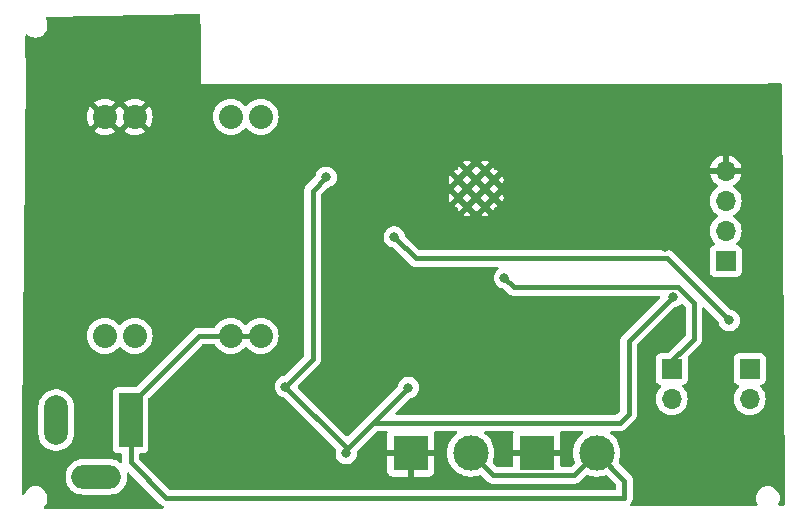
<source format=gbr>
%TF.GenerationSoftware,KiCad,Pcbnew,7.0.1*%
%TF.CreationDate,2023-04-20T23:02:29+02:00*%
%TF.ProjectId,Motordinges,4d6f746f-7264-4696-9e67-65732e6b6963,rev?*%
%TF.SameCoordinates,Original*%
%TF.FileFunction,Copper,L2,Bot*%
%TF.FilePolarity,Positive*%
%FSLAX46Y46*%
G04 Gerber Fmt 4.6, Leading zero omitted, Abs format (unit mm)*
G04 Created by KiCad (PCBNEW 7.0.1) date 2023-04-20 23:02:29*
%MOMM*%
%LPD*%
G01*
G04 APERTURE LIST*
%TA.AperFunction,ComponentPad*%
%ADD10R,1.700000X1.700000*%
%TD*%
%TA.AperFunction,ComponentPad*%
%ADD11O,1.700000X1.700000*%
%TD*%
%TA.AperFunction,HeatsinkPad*%
%ADD12C,0.600000*%
%TD*%
%TA.AperFunction,ComponentPad*%
%ADD13R,2.000000X4.600000*%
%TD*%
%TA.AperFunction,ComponentPad*%
%ADD14O,2.000000X4.200000*%
%TD*%
%TA.AperFunction,ComponentPad*%
%ADD15O,4.200000X2.000000*%
%TD*%
%TA.AperFunction,ComponentPad*%
%ADD16R,3.000000X3.000000*%
%TD*%
%TA.AperFunction,ComponentPad*%
%ADD17C,3.000000*%
%TD*%
%TA.AperFunction,ComponentPad*%
%ADD18C,2.032000*%
%TD*%
%TA.AperFunction,ViaPad*%
%ADD19C,0.800000*%
%TD*%
%TA.AperFunction,Conductor*%
%ADD20C,0.406400*%
%TD*%
G04 APERTURE END LIST*
D10*
%TO.P,Motor1,1,Pin_1*%
%TO.N,A8*%
X140462000Y-67056000D03*
D11*
%TO.P,Motor1,2,Pin_2*%
%TO.N,GPIO23*%
X140462000Y-69596000D03*
%TD*%
D10*
%TO.P,J1,1,Pin_1*%
%TO.N,+3.3V*%
X138430000Y-57912000D03*
D11*
%TO.P,J1,2,Pin_2*%
%TO.N,RX0*%
X138430000Y-55372000D03*
%TO.P,J1,3,Pin_3*%
%TO.N,TX0*%
X138430000Y-52832000D03*
%TO.P,J1,4,Pin_4*%
%TO.N,GND*%
X138430000Y-50292000D03*
%TD*%
D12*
%TO.P,U1,39,GND*%
%TO.N,GND*%
X115765000Y-51027500D03*
X115765000Y-52552500D03*
X116527500Y-50265000D03*
X116527500Y-51790000D03*
X116527500Y-53315000D03*
X117290000Y-51027500D03*
X117290000Y-52552500D03*
X118052500Y-50265000D03*
X118052500Y-51790000D03*
X118052500Y-53315000D03*
X118815000Y-51027500D03*
X118815000Y-52552500D03*
%TD*%
D13*
%TO.P,J2,1*%
%TO.N,Net-(J5-Pin_2)*%
X88036400Y-71399400D03*
D14*
%TO.P,J2,2*%
%TO.N,Net-(J2-Pad2)*%
X81736400Y-71399400D03*
D15*
%TO.P,J2,3*%
%TO.N,N/C*%
X85136400Y-76199400D03*
%TD*%
D16*
%TO.P,Motor1,1,Pin_1*%
%TO.N,GND*%
X122428000Y-74168000D03*
D17*
%TO.P,Motor1,2,Pin_2*%
%TO.N,Net-(J5-Pin_2)*%
X127508000Y-74168000D03*
%TD*%
D18*
%TO.P,U2,1,IN-*%
%TO.N,Net-(J2-Pad2)*%
X85852000Y-64262000D03*
%TO.P,U2,2,IN-*%
X88392000Y-64262000D03*
%TO.P,U2,3,IN+*%
%TO.N,Net-(J5-Pin_2)*%
X96520000Y-64262000D03*
%TO.P,U2,4,IN+*%
X99060000Y-64262000D03*
%TO.P,U2,5,OUT+*%
%TO.N,VDD*%
X99060000Y-45720000D03*
%TO.P,U2,6,OUT+*%
X96520000Y-45720000D03*
%TO.P,U2,7,OUT-*%
%TO.N,GND*%
X88392000Y-45720000D03*
%TO.P,U2,8,OUT-*%
X85852000Y-45720000D03*
%TD*%
D16*
%TO.P,Motor2,1,Pin_1*%
%TO.N,GND*%
X111760000Y-74168000D03*
D17*
%TO.P,Motor2,2,Pin_2*%
%TO.N,Net-(J5-Pin_2)*%
X116840000Y-74168000D03*
%TD*%
D10*
%TO.P,Motor2,1,Pin_1*%
%TO.N,A9*%
X133858000Y-67056000D03*
D11*
%TO.P,Motor2,2,Pin_2*%
%TO.N,GPIO13*%
X133858000Y-69596000D03*
%TD*%
D19*
%TO.N,+3.3V*%
X133959600Y-60960000D03*
X101142800Y-68554600D03*
X106299000Y-74218800D03*
X111569332Y-68643332D03*
X104597200Y-50825400D03*
%TO.N,GND*%
X84378800Y-40665400D03*
X84683600Y-72923400D03*
X129794000Y-55880000D03*
X134620000Y-48514000D03*
X122910600Y-52832000D03*
X81584800Y-60477400D03*
X122656600Y-47498000D03*
X133274595Y-56717405D03*
X136017000Y-46710600D03*
X109702600Y-63119000D03*
X93827600Y-50571400D03*
X117424200Y-63957200D03*
X113055400Y-45440600D03*
X90195400Y-57607200D03*
X96697800Y-59105800D03*
X98577400Y-71069200D03*
X82575400Y-53136800D03*
X129184400Y-52603400D03*
X104673400Y-59817000D03*
X117094000Y-69596000D03*
X141427200Y-44983400D03*
X127508000Y-64262000D03*
%TO.N,A8*%
X110363000Y-55880000D03*
X138722100Y-62953900D03*
%TO.N,A9*%
X119684800Y-59357200D03*
%TD*%
D20*
%TO.N,+3.3V*%
X106299000Y-73710800D02*
X101142800Y-68554600D01*
X106299000Y-74218800D02*
X106299000Y-73913664D01*
X130200400Y-64719200D02*
X130200400Y-70866000D01*
X133959600Y-60960000D02*
X130200400Y-64719200D01*
X104597200Y-50825400D02*
X103454200Y-51968400D01*
X111569332Y-68643332D02*
X108521332Y-71691332D01*
X106299000Y-73913664D02*
X108521332Y-71691332D01*
X106299000Y-74218800D02*
X106299000Y-73710800D01*
X103454200Y-51968400D02*
X103454200Y-66243200D01*
X129438400Y-71628000D02*
X108584664Y-71628000D01*
X103454200Y-66243200D02*
X101142800Y-68554600D01*
X130200400Y-70866000D02*
X129438400Y-71628000D01*
X108584664Y-71628000D02*
X108521332Y-71691332D01*
%TO.N,A8*%
X138722100Y-62953900D02*
X133477000Y-57708800D01*
X112191800Y-57708800D02*
X110363000Y-55880000D01*
X133477000Y-57708800D02*
X112191800Y-57708800D01*
%TO.N,A9*%
X134388300Y-60144100D02*
X135737600Y-61493400D01*
X120471700Y-60144100D02*
X134388300Y-60144100D01*
X135737600Y-61493400D02*
X135737600Y-64490600D01*
X135737600Y-64490600D02*
X133223000Y-67005200D01*
X119684800Y-59357200D02*
X120471700Y-60144100D01*
%TO.N,Net-(J5-Pin_2)*%
X93802200Y-64262000D02*
X96520000Y-64262000D01*
X125604800Y-76071200D02*
X127508000Y-74168000D01*
X116840000Y-74168000D02*
X118743200Y-76071200D01*
X93802200Y-64262000D02*
X88036400Y-70027800D01*
X127508000Y-74168000D02*
X129852000Y-76512000D01*
X129852000Y-77996200D02*
X91077200Y-77996200D01*
X88036400Y-70027800D02*
X88036400Y-71399400D01*
X118743200Y-76071200D02*
X125604800Y-76071200D01*
X129852000Y-76512000D02*
X129852000Y-77996200D01*
X91077200Y-77996200D02*
X88036400Y-74955400D01*
X88036400Y-74955400D02*
X88036400Y-71399400D01*
X99060000Y-64262000D02*
X96520000Y-64262000D01*
%TD*%
%TA.AperFunction,Conductor*%
%TO.N,GND*%
G36*
X93878138Y-37044955D02*
G01*
X93924382Y-37089398D01*
X93942235Y-37151002D01*
X93969974Y-38505791D01*
X93970000Y-38508329D01*
X93970000Y-42900000D01*
X141970000Y-42900000D01*
X141976807Y-42900000D01*
X141992185Y-42889424D01*
X142036054Y-42878852D01*
X142158408Y-42872297D01*
X143035285Y-42825321D01*
X143099761Y-42839462D01*
X143147846Y-42884685D01*
X143165912Y-42948176D01*
X143443329Y-78507998D01*
X143427138Y-78570236D01*
X143381949Y-78615994D01*
X143319918Y-78632964D01*
X143002794Y-78634459D01*
X142941471Y-78618566D01*
X142896001Y-78574459D01*
X142878250Y-78513648D01*
X142892849Y-78452011D01*
X142928814Y-78384727D01*
X142986024Y-78196132D01*
X143005341Y-78000000D01*
X142986024Y-77803868D01*
X142928814Y-77615273D01*
X142835910Y-77441462D01*
X142710883Y-77289117D01*
X142558538Y-77164090D01*
X142536091Y-77152091D01*
X142384726Y-77071185D01*
X142196133Y-77013976D01*
X142000000Y-76994659D01*
X141803866Y-77013976D01*
X141615273Y-77071185D01*
X141441463Y-77164089D01*
X141289117Y-77289117D01*
X141164089Y-77441463D01*
X141071185Y-77615273D01*
X141013976Y-77803866D01*
X140994659Y-77999999D01*
X141013976Y-78196133D01*
X141071185Y-78384726D01*
X141112186Y-78461433D01*
X141126794Y-78522783D01*
X141109336Y-78583384D01*
X141064328Y-78627560D01*
X141003413Y-78643885D01*
X130453498Y-78693630D01*
X130395701Y-78679644D01*
X130351061Y-78640358D01*
X130329845Y-78584806D01*
X130336931Y-78525765D01*
X130370690Y-78476812D01*
X130371487Y-78476106D01*
X130382595Y-78466266D01*
X130402694Y-78437145D01*
X130411921Y-78425369D01*
X130435387Y-78398883D01*
X130451836Y-78367539D01*
X130459570Y-78354746D01*
X130479671Y-78325627D01*
X130492220Y-78292537D01*
X130498355Y-78278905D01*
X130514803Y-78247568D01*
X130523272Y-78213205D01*
X130527719Y-78198933D01*
X130540270Y-78165843D01*
X130544535Y-78130713D01*
X130547228Y-78116014D01*
X130555700Y-78081645D01*
X130555700Y-77910755D01*
X130555700Y-76537000D01*
X130555926Y-76529514D01*
X130559574Y-76469200D01*
X130548677Y-76409739D01*
X130547554Y-76402355D01*
X130540270Y-76342357D01*
X130536641Y-76332790D01*
X130530614Y-76311172D01*
X130528771Y-76301110D01*
X130503965Y-76245996D01*
X130501099Y-76239075D01*
X130500907Y-76238569D01*
X130479671Y-76182573D01*
X130473858Y-76174151D01*
X130462838Y-76154613D01*
X130458636Y-76145276D01*
X130421348Y-76097682D01*
X130416934Y-76091684D01*
X130382595Y-76041934D01*
X130350513Y-76013512D01*
X130337359Y-76001858D01*
X130331906Y-75996724D01*
X129389796Y-75054614D01*
X129363489Y-75015745D01*
X129353512Y-74969884D01*
X129361294Y-74923604D01*
X129432369Y-74733046D01*
X129493196Y-74453428D01*
X129513610Y-74168000D01*
X129493196Y-73882572D01*
X129432369Y-73602954D01*
X129332367Y-73334839D01*
X129195226Y-73083685D01*
X129023739Y-72854605D01*
X128821395Y-72652261D01*
X128691424Y-72554966D01*
X128652942Y-72507211D01*
X128642052Y-72446854D01*
X128661421Y-72388660D01*
X128706309Y-72346868D01*
X128765736Y-72331700D01*
X129413400Y-72331700D01*
X129420885Y-72331925D01*
X129481200Y-72335574D01*
X129540658Y-72324677D01*
X129548022Y-72323557D01*
X129608043Y-72316270D01*
X129617608Y-72312641D01*
X129639236Y-72306611D01*
X129649290Y-72304770D01*
X129649291Y-72304769D01*
X129649293Y-72304769D01*
X129704399Y-72279968D01*
X129711313Y-72277103D01*
X129767827Y-72255671D01*
X129776239Y-72249863D01*
X129795794Y-72238834D01*
X129805125Y-72234636D01*
X129852738Y-72197331D01*
X129858710Y-72192937D01*
X129908466Y-72158595D01*
X129948556Y-72113341D01*
X129953659Y-72107921D01*
X130680322Y-71381258D01*
X130685760Y-71376140D01*
X130730995Y-71336066D01*
X130765344Y-71286300D01*
X130769734Y-71280334D01*
X130807036Y-71232724D01*
X130811233Y-71223398D01*
X130822258Y-71203847D01*
X130828071Y-71195427D01*
X130849508Y-71138897D01*
X130852358Y-71132018D01*
X130877171Y-71076890D01*
X130879013Y-71066835D01*
X130885040Y-71045213D01*
X130888670Y-71035643D01*
X130895957Y-70975622D01*
X130897082Y-70968233D01*
X130907974Y-70908802D01*
X130904326Y-70848486D01*
X130904100Y-70841000D01*
X130904100Y-65062044D01*
X130913539Y-65014591D01*
X130940419Y-64974363D01*
X131710856Y-64203926D01*
X134028321Y-61886459D01*
X134056832Y-61865169D01*
X134090209Y-61852855D01*
X134239403Y-61821144D01*
X134412330Y-61744151D01*
X134565471Y-61632888D01*
X134627965Y-61563481D01*
X134683857Y-61527874D01*
X134750110Y-61526139D01*
X134807793Y-61558775D01*
X134997581Y-61748563D01*
X135024461Y-61788791D01*
X135033900Y-61836244D01*
X135033900Y-64147756D01*
X135024461Y-64195209D01*
X134997581Y-64235437D01*
X133563835Y-65669181D01*
X133523607Y-65696061D01*
X133476154Y-65705500D01*
X132960130Y-65705500D01*
X132900515Y-65711909D01*
X132765669Y-65762204D01*
X132650454Y-65848454D01*
X132564204Y-65963668D01*
X132513909Y-66098516D01*
X132507500Y-66158130D01*
X132507500Y-67953869D01*
X132509282Y-67970442D01*
X132513909Y-68013483D01*
X132564204Y-68148331D01*
X132650454Y-68263546D01*
X132765669Y-68349796D01*
X132877907Y-68391658D01*
X132897082Y-68398810D01*
X132947462Y-68433789D01*
X132974915Y-68488634D01*
X132972726Y-68549926D01*
X132941431Y-68602673D01*
X132819503Y-68724601D01*
X132683965Y-68918170D01*
X132584097Y-69132336D01*
X132522936Y-69360592D01*
X132502340Y-69596000D01*
X132522936Y-69831407D01*
X132567709Y-69998501D01*
X132584097Y-70059663D01*
X132683965Y-70273830D01*
X132819505Y-70467401D01*
X132986599Y-70634495D01*
X133180170Y-70770035D01*
X133394337Y-70869903D01*
X133622592Y-70931063D01*
X133858000Y-70951659D01*
X134093408Y-70931063D01*
X134321663Y-70869903D01*
X134535830Y-70770035D01*
X134729401Y-70634495D01*
X134896495Y-70467401D01*
X135032035Y-70273830D01*
X135131903Y-70059663D01*
X135193063Y-69831408D01*
X135213659Y-69596000D01*
X139106340Y-69596000D01*
X139126936Y-69831407D01*
X139171709Y-69998501D01*
X139188097Y-70059663D01*
X139287965Y-70273830D01*
X139423505Y-70467401D01*
X139590599Y-70634495D01*
X139784170Y-70770035D01*
X139998337Y-70869903D01*
X140226592Y-70931063D01*
X140462000Y-70951659D01*
X140697408Y-70931063D01*
X140925663Y-70869903D01*
X141139830Y-70770035D01*
X141333401Y-70634495D01*
X141500495Y-70467401D01*
X141636035Y-70273830D01*
X141735903Y-70059663D01*
X141797063Y-69831408D01*
X141817659Y-69596000D01*
X141797063Y-69360592D01*
X141735903Y-69132337D01*
X141636035Y-68918171D01*
X141500495Y-68724599D01*
X141378569Y-68602672D01*
X141347273Y-68549927D01*
X141345084Y-68488634D01*
X141372537Y-68433789D01*
X141422916Y-68398810D01*
X141554331Y-68349796D01*
X141669546Y-68263546D01*
X141755796Y-68148331D01*
X141806091Y-68013483D01*
X141812500Y-67953873D01*
X141812499Y-66158128D01*
X141806091Y-66098517D01*
X141755796Y-65963669D01*
X141669546Y-65848454D01*
X141554331Y-65762204D01*
X141419483Y-65711909D01*
X141359873Y-65705500D01*
X141359869Y-65705500D01*
X139564130Y-65705500D01*
X139504515Y-65711909D01*
X139369669Y-65762204D01*
X139254454Y-65848454D01*
X139168204Y-65963668D01*
X139117909Y-66098516D01*
X139111500Y-66158130D01*
X139111500Y-67953869D01*
X139113282Y-67970442D01*
X139117909Y-68013483D01*
X139168204Y-68148331D01*
X139254454Y-68263546D01*
X139369669Y-68349796D01*
X139481907Y-68391658D01*
X139501082Y-68398810D01*
X139551462Y-68433789D01*
X139578915Y-68488634D01*
X139576726Y-68549926D01*
X139545431Y-68602673D01*
X139423503Y-68724601D01*
X139287965Y-68918170D01*
X139188097Y-69132336D01*
X139126936Y-69360592D01*
X139106340Y-69596000D01*
X135213659Y-69596000D01*
X135193063Y-69360592D01*
X135131903Y-69132337D01*
X135032035Y-68918171D01*
X134896495Y-68724599D01*
X134774569Y-68602672D01*
X134743273Y-68549927D01*
X134741084Y-68488634D01*
X134768537Y-68433789D01*
X134818916Y-68398810D01*
X134950331Y-68349796D01*
X135065546Y-68263546D01*
X135151796Y-68148331D01*
X135202091Y-68013483D01*
X135208500Y-67953873D01*
X135208499Y-66158128D01*
X135202091Y-66098517D01*
X135202089Y-66098514D01*
X135200935Y-66087771D01*
X135207288Y-66033264D01*
X135236542Y-65986838D01*
X136217522Y-65005858D01*
X136222960Y-65000740D01*
X136268195Y-64960666D01*
X136302547Y-64910896D01*
X136306942Y-64904924D01*
X136344236Y-64857325D01*
X136348435Y-64847992D01*
X136359457Y-64828449D01*
X136365271Y-64820027D01*
X136386710Y-64763493D01*
X136389556Y-64756622D01*
X136414370Y-64701491D01*
X136416214Y-64691425D01*
X136422236Y-64669823D01*
X136425870Y-64660243D01*
X136433157Y-64600216D01*
X136434279Y-64592842D01*
X136445174Y-64533401D01*
X136441526Y-64473092D01*
X136441300Y-64465605D01*
X136441300Y-61967644D01*
X136454815Y-61911349D01*
X136492415Y-61867326D01*
X136545902Y-61845171D01*
X136603618Y-61849713D01*
X136652981Y-61879963D01*
X137796127Y-63023109D01*
X137820366Y-63057406D01*
X137831767Y-63097827D01*
X137836426Y-63142157D01*
X137894920Y-63322184D01*
X137989566Y-63486116D01*
X138116229Y-63626789D01*
X138269369Y-63738051D01*
X138442297Y-63815044D01*
X138627452Y-63854400D01*
X138627454Y-63854400D01*
X138816746Y-63854400D01*
X138816748Y-63854400D01*
X138940183Y-63828162D01*
X139001903Y-63815044D01*
X139174830Y-63738051D01*
X139237346Y-63692631D01*
X139327970Y-63626789D01*
X139377845Y-63571398D01*
X139454633Y-63486116D01*
X139549279Y-63322184D01*
X139607774Y-63142156D01*
X139627560Y-62953900D01*
X139607774Y-62765644D01*
X139549279Y-62585616D01*
X139549279Y-62585615D01*
X139454633Y-62421683D01*
X139327970Y-62281010D01*
X139174830Y-62169748D01*
X139001903Y-62092755D01*
X138852718Y-62061045D01*
X138819331Y-62048728D01*
X138790818Y-62027436D01*
X133992266Y-57228884D01*
X133987132Y-57223430D01*
X133947067Y-57178206D01*
X133897347Y-57143887D01*
X133891313Y-57139447D01*
X133843726Y-57102164D01*
X133834395Y-57097965D01*
X133814844Y-57086939D01*
X133806426Y-57081128D01*
X133749908Y-57059693D01*
X133742991Y-57056828D01*
X133687891Y-57032030D01*
X133677833Y-57030187D01*
X133656214Y-57024160D01*
X133646643Y-57020530D01*
X133586624Y-57013241D01*
X133579222Y-57012115D01*
X133519800Y-57001225D01*
X133459486Y-57004874D01*
X133452000Y-57005100D01*
X112534644Y-57005100D01*
X112487191Y-56995661D01*
X112446963Y-56968781D01*
X111288972Y-55810790D01*
X111264732Y-55776491D01*
X111253332Y-55736068D01*
X111248674Y-55691742D01*
X111190179Y-55511715D01*
X111109514Y-55371999D01*
X137074340Y-55371999D01*
X137094936Y-55607407D01*
X137117534Y-55691742D01*
X137156097Y-55835663D01*
X137255965Y-56049830D01*
X137391505Y-56243401D01*
X137391508Y-56243404D01*
X137513430Y-56365326D01*
X137544726Y-56418072D01*
X137546915Y-56479365D01*
X137519462Y-56534209D01*
X137469083Y-56569189D01*
X137337669Y-56618204D01*
X137222454Y-56704454D01*
X137136204Y-56819668D01*
X137085909Y-56954515D01*
X137085909Y-56954517D01*
X137079717Y-57012115D01*
X137079500Y-57014130D01*
X137079500Y-58809869D01*
X137081125Y-58824983D01*
X137085909Y-58869483D01*
X137136204Y-59004331D01*
X137222454Y-59119546D01*
X137337669Y-59205796D01*
X137472517Y-59256091D01*
X137532127Y-59262500D01*
X139327872Y-59262499D01*
X139387483Y-59256091D01*
X139522331Y-59205796D01*
X139637546Y-59119546D01*
X139723796Y-59004331D01*
X139774091Y-58869483D01*
X139780500Y-58809873D01*
X139780499Y-57014128D01*
X139774091Y-56954517D01*
X139723796Y-56819669D01*
X139637546Y-56704454D01*
X139522331Y-56618204D01*
X139460898Y-56595291D01*
X139390916Y-56569189D01*
X139340537Y-56534209D01*
X139313084Y-56479365D01*
X139315273Y-56418072D01*
X139346566Y-56365329D01*
X139468495Y-56243401D01*
X139604035Y-56049830D01*
X139703903Y-55835663D01*
X139765063Y-55607408D01*
X139785659Y-55372000D01*
X139765063Y-55136592D01*
X139703903Y-54908337D01*
X139604035Y-54694171D01*
X139468495Y-54500599D01*
X139301401Y-54333505D01*
X139115839Y-54203573D01*
X139076975Y-54159257D01*
X139062964Y-54102000D01*
X139076975Y-54044743D01*
X139115839Y-54000426D01*
X139301401Y-53870495D01*
X139468495Y-53703401D01*
X139604035Y-53509830D01*
X139703903Y-53295663D01*
X139765063Y-53067408D01*
X139785659Y-52832000D01*
X139765063Y-52596592D01*
X139703903Y-52368337D01*
X139604035Y-52154171D01*
X139468495Y-51960599D01*
X139301401Y-51793505D01*
X139115402Y-51663267D01*
X139076539Y-51618951D01*
X139062528Y-51561694D01*
X139076539Y-51504437D01*
X139115405Y-51460119D01*
X139301078Y-51330109D01*
X139468106Y-51163081D01*
X139603600Y-50969576D01*
X139703430Y-50755492D01*
X139760636Y-50542000D01*
X137099364Y-50542000D01*
X137156569Y-50755492D01*
X137256399Y-50969576D01*
X137391893Y-51163081D01*
X137558918Y-51330106D01*
X137744595Y-51460119D01*
X137783460Y-51504437D01*
X137797471Y-51561694D01*
X137783460Y-51618951D01*
X137744595Y-51663269D01*
X137558595Y-51793508D01*
X137391505Y-51960598D01*
X137255965Y-52154170D01*
X137156097Y-52368336D01*
X137094936Y-52596592D01*
X137074340Y-52831999D01*
X137094936Y-53067407D01*
X137139709Y-53234502D01*
X137156097Y-53295663D01*
X137255965Y-53509830D01*
X137391505Y-53703401D01*
X137558599Y-53870495D01*
X137744160Y-54000426D01*
X137783024Y-54044743D01*
X137797035Y-54102000D01*
X137783024Y-54159257D01*
X137744159Y-54203575D01*
X137558595Y-54333508D01*
X137391505Y-54500598D01*
X137255965Y-54694170D01*
X137156097Y-54908336D01*
X137094936Y-55136592D01*
X137074340Y-55371999D01*
X111109514Y-55371999D01*
X111095533Y-55347783D01*
X110968870Y-55207110D01*
X110815730Y-55095848D01*
X110642802Y-55018855D01*
X110457648Y-54979500D01*
X110457646Y-54979500D01*
X110268354Y-54979500D01*
X110268352Y-54979500D01*
X110083197Y-55018855D01*
X109910269Y-55095848D01*
X109757129Y-55207110D01*
X109630466Y-55347783D01*
X109535820Y-55511715D01*
X109477326Y-55691742D01*
X109457540Y-55879999D01*
X109477326Y-56068257D01*
X109535820Y-56248284D01*
X109630466Y-56412216D01*
X109757129Y-56552889D01*
X109910269Y-56664151D01*
X110000791Y-56704454D01*
X110083197Y-56741144D01*
X110232386Y-56772854D01*
X110265766Y-56785169D01*
X110294280Y-56806462D01*
X111676524Y-58188706D01*
X111681658Y-58194160D01*
X111721732Y-58239395D01*
X111771460Y-58273718D01*
X111777488Y-58278153D01*
X111825075Y-58315436D01*
X111834403Y-58319634D01*
X111853954Y-58330660D01*
X111862373Y-58336471D01*
X111909888Y-58354491D01*
X111918877Y-58357900D01*
X111925798Y-58360767D01*
X111980910Y-58385571D01*
X111990961Y-58387412D01*
X112012582Y-58393438D01*
X112022157Y-58397070D01*
X112082171Y-58404356D01*
X112089539Y-58405477D01*
X112149000Y-58416374D01*
X112209314Y-58412725D01*
X112216800Y-58412500D01*
X119071413Y-58412500D01*
X119131150Y-58427838D01*
X119176110Y-58470057D01*
X119195168Y-58528714D01*
X119183612Y-58589297D01*
X119144298Y-58636818D01*
X119078929Y-58684310D01*
X118952266Y-58824983D01*
X118857620Y-58988915D01*
X118799126Y-59168942D01*
X118779340Y-59357200D01*
X118799126Y-59545457D01*
X118857620Y-59725484D01*
X118952266Y-59889416D01*
X119078929Y-60030089D01*
X119232069Y-60141351D01*
X119347968Y-60192952D01*
X119404997Y-60218344D01*
X119554186Y-60250054D01*
X119587566Y-60262369D01*
X119616080Y-60283662D01*
X119956424Y-60624006D01*
X119961558Y-60629459D01*
X120001634Y-60674695D01*
X120051384Y-60709034D01*
X120057382Y-60713448D01*
X120104976Y-60750736D01*
X120114313Y-60754938D01*
X120133852Y-60765958D01*
X120142273Y-60771771D01*
X120198269Y-60793007D01*
X120198775Y-60793199D01*
X120205696Y-60796065D01*
X120260810Y-60820871D01*
X120270872Y-60822714D01*
X120292485Y-60828739D01*
X120302057Y-60832370D01*
X120362071Y-60839656D01*
X120369439Y-60840777D01*
X120428900Y-60851674D01*
X120489214Y-60848025D01*
X120496700Y-60847800D01*
X132777255Y-60847800D01*
X132833550Y-60861315D01*
X132877573Y-60898915D01*
X132899728Y-60952402D01*
X132895186Y-61010118D01*
X132864936Y-61059481D01*
X129720490Y-64203926D01*
X129715038Y-64209058D01*
X129669807Y-64249130D01*
X129635482Y-64298858D01*
X129631045Y-64304887D01*
X129593763Y-64352474D01*
X129589562Y-64361810D01*
X129578540Y-64381354D01*
X129572727Y-64389775D01*
X129551298Y-64446277D01*
X129548434Y-64453192D01*
X129523629Y-64508309D01*
X129521785Y-64518372D01*
X129515762Y-64539977D01*
X129512130Y-64549554D01*
X129504841Y-64609577D01*
X129503714Y-64616978D01*
X129492825Y-64676397D01*
X129496474Y-64736714D01*
X129496700Y-64744200D01*
X129496700Y-70523156D01*
X129487261Y-70570609D01*
X129460381Y-70610837D01*
X129183237Y-70887981D01*
X129143009Y-70914861D01*
X129095556Y-70924300D01*
X110582908Y-70924300D01*
X110526613Y-70910785D01*
X110482590Y-70873185D01*
X110460435Y-70819698D01*
X110464977Y-70761982D01*
X110495227Y-70712619D01*
X110740445Y-70467401D01*
X111638054Y-69569790D01*
X111666564Y-69548501D01*
X111699941Y-69536187D01*
X111849135Y-69504476D01*
X112022062Y-69427483D01*
X112175203Y-69316220D01*
X112301865Y-69175548D01*
X112396511Y-69011616D01*
X112455006Y-68831588D01*
X112474792Y-68643332D01*
X112455006Y-68455076D01*
X112396511Y-68275048D01*
X112396511Y-68275047D01*
X112301865Y-68111115D01*
X112175202Y-67970442D01*
X112022062Y-67859180D01*
X111849134Y-67782187D01*
X111663980Y-67742832D01*
X111663978Y-67742832D01*
X111474686Y-67742832D01*
X111474684Y-67742832D01*
X111289529Y-67782187D01*
X111116601Y-67859180D01*
X110963461Y-67970442D01*
X110836798Y-68111115D01*
X110742152Y-68275047D01*
X110683658Y-68455074D01*
X110678999Y-68499403D01*
X110667598Y-68539824D01*
X110643359Y-68574121D01*
X108140253Y-71077227D01*
X108123018Y-71091592D01*
X108114595Y-71097406D01*
X108074521Y-71142639D01*
X108069391Y-71148090D01*
X108036399Y-71181083D01*
X108036397Y-71181084D01*
X108036396Y-71181085D01*
X106488113Y-72729369D01*
X106432526Y-72761463D01*
X106368338Y-72761463D01*
X106312751Y-72729369D01*
X102225662Y-68642280D01*
X102193568Y-68586693D01*
X102193568Y-68522505D01*
X102225659Y-68466922D01*
X103934122Y-66758458D01*
X103939560Y-66753340D01*
X103984795Y-66713266D01*
X104019147Y-66663496D01*
X104023542Y-66657524D01*
X104060836Y-66609925D01*
X104065035Y-66600592D01*
X104076057Y-66581049D01*
X104081871Y-66572627D01*
X104103310Y-66516093D01*
X104106156Y-66509222D01*
X104130970Y-66454091D01*
X104132814Y-66444025D01*
X104138836Y-66422423D01*
X104142470Y-66412843D01*
X104149757Y-66352816D01*
X104150879Y-66345442D01*
X104161774Y-66286001D01*
X104158125Y-66225686D01*
X104157900Y-66218201D01*
X104157900Y-54031660D01*
X116164391Y-54031660D01*
X116178196Y-54040335D01*
X116348359Y-54099877D01*
X116527500Y-54120062D01*
X116706640Y-54099877D01*
X116876803Y-54040335D01*
X116890607Y-54031661D01*
X116890607Y-54031660D01*
X117689391Y-54031660D01*
X117703196Y-54040335D01*
X117873359Y-54099877D01*
X118052500Y-54120062D01*
X118231640Y-54099877D01*
X118401803Y-54040335D01*
X118415607Y-54031661D01*
X118415607Y-54031660D01*
X118052501Y-53668553D01*
X118052500Y-53668553D01*
X117689391Y-54031660D01*
X116890607Y-54031660D01*
X116527501Y-53668553D01*
X116527500Y-53668553D01*
X116164391Y-54031660D01*
X104157900Y-54031660D01*
X104157900Y-53269160D01*
X115401891Y-53269160D01*
X115415696Y-53277835D01*
X115585855Y-53337376D01*
X115628480Y-53342178D01*
X115680569Y-53360404D01*
X115719592Y-53399425D01*
X115737819Y-53451514D01*
X115742622Y-53494140D01*
X115802165Y-53664304D01*
X115810838Y-53678108D01*
X116173947Y-53315001D01*
X116173947Y-53315000D01*
X116881053Y-53315000D01*
X117244160Y-53678107D01*
X117276121Y-53674507D01*
X117303887Y-53674508D01*
X117335838Y-53678108D01*
X117698947Y-53315001D01*
X117698947Y-53315000D01*
X118406053Y-53315000D01*
X118769160Y-53678107D01*
X118769161Y-53678107D01*
X118777835Y-53664303D01*
X118837376Y-53494144D01*
X118842178Y-53451518D01*
X118860405Y-53399428D01*
X118899428Y-53360405D01*
X118951518Y-53342178D01*
X118994144Y-53337376D01*
X119164303Y-53277835D01*
X119178107Y-53269161D01*
X119178107Y-53269160D01*
X118815000Y-52906053D01*
X118406053Y-53315000D01*
X117698947Y-53315000D01*
X117290000Y-52906053D01*
X116881053Y-53315000D01*
X116173947Y-53315000D01*
X115765001Y-52906053D01*
X115765000Y-52906053D01*
X115401891Y-53269160D01*
X104157900Y-53269160D01*
X104157900Y-52552500D01*
X114959937Y-52552500D01*
X114980122Y-52731640D01*
X115039665Y-52901804D01*
X115048338Y-52915608D01*
X115411447Y-52552501D01*
X115411447Y-52552500D01*
X116118553Y-52552500D01*
X116527500Y-52961447D01*
X116936447Y-52552500D01*
X117643553Y-52552500D01*
X118052500Y-52961447D01*
X118461446Y-52552501D01*
X119168553Y-52552501D01*
X119531660Y-52915607D01*
X119531661Y-52915607D01*
X119540335Y-52901803D01*
X119599877Y-52731640D01*
X119620062Y-52552500D01*
X119599877Y-52373359D01*
X119540335Y-52203196D01*
X119531660Y-52189391D01*
X119168553Y-52552500D01*
X119168553Y-52552501D01*
X118461446Y-52552501D01*
X118461447Y-52552500D01*
X118052500Y-52143553D01*
X117643553Y-52552500D01*
X116936447Y-52552500D01*
X116527500Y-52143553D01*
X116118553Y-52552500D01*
X115411447Y-52552500D01*
X115048338Y-52189390D01*
X115048338Y-52189391D01*
X115039664Y-52203196D01*
X114980122Y-52373359D01*
X114959937Y-52552500D01*
X104157900Y-52552500D01*
X104157900Y-52311244D01*
X104167339Y-52263791D01*
X104194219Y-52223563D01*
X104428131Y-51989651D01*
X104581943Y-51835838D01*
X115401890Y-51835838D01*
X115764999Y-52198947D01*
X116173947Y-51790000D01*
X116881053Y-51790000D01*
X117290000Y-52198947D01*
X117698947Y-51790000D01*
X118406053Y-51790000D01*
X118815000Y-52198947D01*
X118815001Y-52198947D01*
X119178108Y-51835838D01*
X119174508Y-51803884D01*
X119174507Y-51776119D01*
X119178107Y-51744160D01*
X118815000Y-51381053D01*
X118406053Y-51790000D01*
X117698947Y-51790000D01*
X117290000Y-51381053D01*
X116881053Y-51790000D01*
X116173947Y-51790000D01*
X115765001Y-51381053D01*
X115765000Y-51381053D01*
X115401890Y-51744161D01*
X115405491Y-51776123D01*
X115405491Y-51803892D01*
X115401890Y-51835838D01*
X104581943Y-51835838D01*
X104665922Y-51751859D01*
X104694433Y-51730569D01*
X104727811Y-51718255D01*
X104877003Y-51686544D01*
X105049930Y-51609551D01*
X105126270Y-51554087D01*
X105203070Y-51498289D01*
X105329733Y-51357616D01*
X105424379Y-51193684D01*
X105424379Y-51193683D01*
X105478376Y-51027500D01*
X114959937Y-51027500D01*
X114980122Y-51206640D01*
X115039665Y-51376804D01*
X115048338Y-51390608D01*
X115411447Y-51027501D01*
X115411447Y-51027500D01*
X116118553Y-51027500D01*
X116527500Y-51436447D01*
X116936447Y-51027500D01*
X117643553Y-51027500D01*
X118052500Y-51436447D01*
X118461446Y-51027501D01*
X119168553Y-51027501D01*
X119531660Y-51390607D01*
X119531661Y-51390607D01*
X119540335Y-51376803D01*
X119599877Y-51206640D01*
X119620062Y-51027500D01*
X119599877Y-50848359D01*
X119540335Y-50678196D01*
X119531660Y-50664391D01*
X119168553Y-51027500D01*
X119168553Y-51027501D01*
X118461446Y-51027501D01*
X118461447Y-51027500D01*
X118052500Y-50618553D01*
X117643553Y-51027500D01*
X116936447Y-51027500D01*
X116527500Y-50618553D01*
X116118553Y-51027500D01*
X115411447Y-51027500D01*
X115048338Y-50664390D01*
X115048338Y-50664391D01*
X115039664Y-50678196D01*
X114980122Y-50848359D01*
X114959937Y-51027500D01*
X105478376Y-51027500D01*
X105482874Y-51013656D01*
X105502660Y-50825400D01*
X105482874Y-50637144D01*
X105424379Y-50457116D01*
X105424379Y-50457115D01*
X105339926Y-50310838D01*
X115401890Y-50310838D01*
X115764999Y-50673947D01*
X116173946Y-50265001D01*
X116881053Y-50265001D01*
X117289999Y-50673947D01*
X117698946Y-50265001D01*
X118406053Y-50265001D01*
X118815000Y-50673947D01*
X118815001Y-50673947D01*
X119178108Y-50310838D01*
X119164304Y-50302165D01*
X118994140Y-50242622D01*
X118951514Y-50237819D01*
X118899425Y-50219592D01*
X118860404Y-50180569D01*
X118842178Y-50128480D01*
X118837376Y-50085855D01*
X118822031Y-50042000D01*
X137099364Y-50042000D01*
X138180000Y-50042000D01*
X138180000Y-48961364D01*
X138680000Y-48961364D01*
X138680000Y-50042000D01*
X139760636Y-50042000D01*
X139760635Y-50041999D01*
X139703430Y-49828507D01*
X139603599Y-49614421D01*
X139468109Y-49420921D01*
X139301081Y-49253893D01*
X139107576Y-49118399D01*
X138893492Y-49018569D01*
X138680000Y-48961364D01*
X138180000Y-48961364D01*
X138179999Y-48961364D01*
X137966507Y-49018569D01*
X137752421Y-49118400D01*
X137558921Y-49253890D01*
X137391890Y-49420921D01*
X137256400Y-49614421D01*
X137156569Y-49828507D01*
X137099364Y-50041999D01*
X137099364Y-50042000D01*
X118822031Y-50042000D01*
X118777835Y-49915696D01*
X118769160Y-49901891D01*
X118406053Y-50265000D01*
X118406053Y-50265001D01*
X117698946Y-50265001D01*
X117698947Y-50265000D01*
X117335838Y-49901890D01*
X117303892Y-49905491D01*
X117276123Y-49905491D01*
X117244161Y-49901890D01*
X116881053Y-50265000D01*
X116881053Y-50265001D01*
X116173946Y-50265001D01*
X116173947Y-50265000D01*
X115810838Y-49901890D01*
X115810838Y-49901891D01*
X115802164Y-49915696D01*
X115742622Y-50085859D01*
X115737819Y-50128485D01*
X115719592Y-50180572D01*
X115680572Y-50219592D01*
X115628485Y-50237819D01*
X115585859Y-50242622D01*
X115415696Y-50302164D01*
X115401891Y-50310838D01*
X115401890Y-50310838D01*
X105339926Y-50310838D01*
X105329733Y-50293183D01*
X105203070Y-50152510D01*
X105049930Y-50041248D01*
X104877002Y-49964255D01*
X104691848Y-49924900D01*
X104691846Y-49924900D01*
X104502554Y-49924900D01*
X104502552Y-49924900D01*
X104317397Y-49964255D01*
X104144469Y-50041248D01*
X103991329Y-50152510D01*
X103864666Y-50293183D01*
X103770020Y-50457115D01*
X103711525Y-50637146D01*
X103706866Y-50681471D01*
X103695466Y-50721891D01*
X103671227Y-50756188D01*
X102974290Y-51453126D01*
X102968838Y-51458258D01*
X102923607Y-51498330D01*
X102889282Y-51548058D01*
X102884845Y-51554087D01*
X102847563Y-51601674D01*
X102843362Y-51611010D01*
X102832340Y-51630554D01*
X102826527Y-51638975D01*
X102805098Y-51695477D01*
X102802234Y-51702392D01*
X102777429Y-51757509D01*
X102775585Y-51767572D01*
X102769562Y-51789177D01*
X102765930Y-51798754D01*
X102758641Y-51858777D01*
X102757514Y-51866178D01*
X102746625Y-51925597D01*
X102750274Y-51985914D01*
X102750500Y-51993400D01*
X102750500Y-65900356D01*
X102741061Y-65947809D01*
X102714181Y-65988037D01*
X101074080Y-67628136D01*
X101045567Y-67649428D01*
X101012181Y-67661745D01*
X100862997Y-67693456D01*
X100690067Y-67770449D01*
X100536929Y-67881710D01*
X100410266Y-68022383D01*
X100315620Y-68186315D01*
X100257126Y-68366342D01*
X100237340Y-68554599D01*
X100257126Y-68742857D01*
X100315620Y-68922884D01*
X100410266Y-69086816D01*
X100536929Y-69227489D01*
X100690069Y-69338751D01*
X100770621Y-69374615D01*
X100862997Y-69415744D01*
X101012186Y-69447454D01*
X101045566Y-69459769D01*
X101074080Y-69481062D01*
X105411152Y-73818134D01*
X105444045Y-73876867D01*
X105441402Y-73944132D01*
X105413326Y-74030540D01*
X105393540Y-74218800D01*
X105413326Y-74407057D01*
X105471820Y-74587084D01*
X105566466Y-74751016D01*
X105693129Y-74891689D01*
X105846269Y-75002951D01*
X106019197Y-75079944D01*
X106204352Y-75119300D01*
X106204354Y-75119300D01*
X106393646Y-75119300D01*
X106393648Y-75119300D01*
X106517083Y-75093062D01*
X106578803Y-75079944D01*
X106751730Y-75002951D01*
X106904871Y-74891688D01*
X107031533Y-74751016D01*
X107126179Y-74587084D01*
X107181118Y-74418000D01*
X109760000Y-74418000D01*
X109760000Y-75715824D01*
X109766402Y-75775375D01*
X109816647Y-75910089D01*
X109902811Y-76025188D01*
X110017910Y-76111352D01*
X110152624Y-76161597D01*
X110212176Y-76168000D01*
X111510000Y-76168000D01*
X111510000Y-74418000D01*
X112010000Y-74418000D01*
X112010000Y-76168000D01*
X113307824Y-76168000D01*
X113367375Y-76161597D01*
X113502089Y-76111352D01*
X113617188Y-76025188D01*
X113703352Y-75910089D01*
X113753597Y-75775375D01*
X113760000Y-75715824D01*
X113760000Y-74418000D01*
X112010000Y-74418000D01*
X111510000Y-74418000D01*
X109760000Y-74418000D01*
X107181118Y-74418000D01*
X107184674Y-74407056D01*
X107204460Y-74218800D01*
X107190154Y-74082688D01*
X107196587Y-74028339D01*
X107225792Y-73982052D01*
X108839826Y-72368019D01*
X108880055Y-72341139D01*
X108927508Y-72331700D01*
X109673192Y-72331700D01*
X109730667Y-72345824D01*
X109775048Y-72384980D01*
X109796225Y-72440246D01*
X109789374Y-72499033D01*
X109766402Y-72560622D01*
X109760000Y-72620176D01*
X109760000Y-73918000D01*
X113760000Y-73918000D01*
X113760000Y-72620176D01*
X113753597Y-72560622D01*
X113730626Y-72499033D01*
X113723775Y-72440246D01*
X113744952Y-72384980D01*
X113789333Y-72345824D01*
X113846808Y-72331700D01*
X115582264Y-72331700D01*
X115641691Y-72346868D01*
X115686579Y-72388660D01*
X115705948Y-72446854D01*
X115695058Y-72507211D01*
X115656575Y-72554966D01*
X115647892Y-72561467D01*
X115526602Y-72652263D01*
X115324263Y-72854602D01*
X115152772Y-73083686D01*
X115015634Y-73334836D01*
X114915629Y-73602958D01*
X114854804Y-73882570D01*
X114834389Y-74167999D01*
X114854804Y-74453429D01*
X114915629Y-74733041D01*
X114915631Y-74733046D01*
X115014442Y-74997969D01*
X115015634Y-75001163D01*
X115152772Y-75252313D01*
X115211812Y-75331181D01*
X115324261Y-75481395D01*
X115526605Y-75683739D01*
X115690751Y-75806617D01*
X115755686Y-75855227D01*
X115895435Y-75931535D01*
X116006839Y-75992367D01*
X116274954Y-76092369D01*
X116274957Y-76092369D01*
X116274958Y-76092370D01*
X116299451Y-76097698D01*
X116554572Y-76153196D01*
X116818012Y-76172037D01*
X116839999Y-76173610D01*
X116839999Y-76173609D01*
X116840000Y-76173610D01*
X117125428Y-76153196D01*
X117405046Y-76092369D01*
X117595604Y-76021294D01*
X117641884Y-76013512D01*
X117687745Y-76023489D01*
X117726614Y-76049796D01*
X118227924Y-76551106D01*
X118233058Y-76556559D01*
X118273134Y-76601795D01*
X118322867Y-76636123D01*
X118328886Y-76640552D01*
X118355101Y-76661091D01*
X118376475Y-76677836D01*
X118385796Y-76682031D01*
X118385807Y-76682036D01*
X118405358Y-76693063D01*
X118413771Y-76698870D01*
X118413772Y-76698870D01*
X118413773Y-76698871D01*
X118470298Y-76720307D01*
X118477195Y-76723165D01*
X118532309Y-76747970D01*
X118542375Y-76749814D01*
X118563981Y-76755838D01*
X118573557Y-76759470D01*
X118633564Y-76766755D01*
X118640955Y-76767879D01*
X118700399Y-76778774D01*
X118760713Y-76775125D01*
X118768199Y-76774900D01*
X125579800Y-76774900D01*
X125587285Y-76775125D01*
X125647600Y-76778774D01*
X125707058Y-76767877D01*
X125714422Y-76766757D01*
X125774443Y-76759470D01*
X125784008Y-76755841D01*
X125805636Y-76749811D01*
X125815690Y-76747970D01*
X125815691Y-76747969D01*
X125815693Y-76747969D01*
X125870799Y-76723168D01*
X125877713Y-76720303D01*
X125934227Y-76698871D01*
X125942639Y-76693063D01*
X125962194Y-76682034D01*
X125971525Y-76677836D01*
X126019138Y-76640531D01*
X126025110Y-76636137D01*
X126074866Y-76601795D01*
X126114956Y-76556541D01*
X126120059Y-76551121D01*
X126621387Y-76049793D01*
X126660252Y-76023489D01*
X126706114Y-76013512D01*
X126752395Y-76021294D01*
X126942954Y-76092369D01*
X126942957Y-76092369D01*
X126942958Y-76092370D01*
X126967451Y-76097698D01*
X127222572Y-76153196D01*
X127486012Y-76172037D01*
X127507999Y-76173610D01*
X127507999Y-76173609D01*
X127508000Y-76173610D01*
X127793428Y-76153196D01*
X128073046Y-76092369D01*
X128263604Y-76021294D01*
X128309884Y-76013512D01*
X128355745Y-76023489D01*
X128394614Y-76049796D01*
X129111981Y-76767163D01*
X129138861Y-76807391D01*
X129148300Y-76854844D01*
X129148300Y-77168500D01*
X129131687Y-77230500D01*
X129086300Y-77275887D01*
X129024300Y-77292500D01*
X91420044Y-77292500D01*
X91372591Y-77283061D01*
X91332363Y-77256181D01*
X88776419Y-74700237D01*
X88749539Y-74660009D01*
X88740100Y-74612556D01*
X88740100Y-74323899D01*
X88756713Y-74261899D01*
X88802100Y-74216512D01*
X88864100Y-74199899D01*
X89084270Y-74199899D01*
X89084272Y-74199899D01*
X89143883Y-74193491D01*
X89278731Y-74143196D01*
X89393946Y-74056946D01*
X89480196Y-73941731D01*
X89530491Y-73806883D01*
X89536900Y-73747273D01*
X89536899Y-69573842D01*
X89546338Y-69526390D01*
X89573215Y-69486165D01*
X94057362Y-65002019D01*
X94097591Y-64975139D01*
X94145044Y-64965700D01*
X95103192Y-64965700D01*
X95163781Y-64981511D01*
X95208919Y-65024910D01*
X95268873Y-65122746D01*
X95289332Y-65156132D01*
X95444357Y-65337643D01*
X95625868Y-65492668D01*
X95829395Y-65617389D01*
X95910862Y-65651134D01*
X96049926Y-65708737D01*
X96063139Y-65711909D01*
X96282034Y-65764461D01*
X96520000Y-65783189D01*
X96757966Y-65764461D01*
X96990073Y-65708737D01*
X97210605Y-65617389D01*
X97414132Y-65492668D01*
X97595643Y-65337643D01*
X97695711Y-65220477D01*
X97738086Y-65188401D01*
X97790000Y-65177011D01*
X97841914Y-65188401D01*
X97884288Y-65220477D01*
X97984357Y-65337643D01*
X98165868Y-65492668D01*
X98369395Y-65617389D01*
X98450862Y-65651134D01*
X98589926Y-65708737D01*
X98603139Y-65711909D01*
X98822034Y-65764461D01*
X99060000Y-65783189D01*
X99297966Y-65764461D01*
X99530073Y-65708737D01*
X99750605Y-65617389D01*
X99954132Y-65492668D01*
X100135643Y-65337643D01*
X100290668Y-65156132D01*
X100415389Y-64952605D01*
X100506737Y-64732073D01*
X100562461Y-64499966D01*
X100581189Y-64262000D01*
X100562461Y-64024034D01*
X100506737Y-63791927D01*
X100502662Y-63782090D01*
X100415390Y-63571398D01*
X100415389Y-63571395D01*
X100290668Y-63367868D01*
X100135643Y-63186357D01*
X99980859Y-63054159D01*
X99954135Y-63031334D01*
X99940713Y-63023109D01*
X99750605Y-62906611D01*
X99750602Y-62906610D01*
X99750601Y-62906609D01*
X99530073Y-62815262D01*
X99297967Y-62759539D01*
X99060000Y-62740811D01*
X98822032Y-62759539D01*
X98589926Y-62815262D01*
X98369398Y-62906609D01*
X98165864Y-63031334D01*
X97984357Y-63186357D01*
X97884290Y-63303520D01*
X97841914Y-63335598D01*
X97790000Y-63346988D01*
X97738086Y-63335598D01*
X97695710Y-63303520D01*
X97668683Y-63271876D01*
X97595643Y-63186357D01*
X97440859Y-63054159D01*
X97414135Y-63031334D01*
X97400713Y-63023109D01*
X97210605Y-62906611D01*
X97210602Y-62906610D01*
X97210601Y-62906609D01*
X96990073Y-62815262D01*
X96757967Y-62759539D01*
X96520000Y-62740811D01*
X96282032Y-62759539D01*
X96049926Y-62815262D01*
X95829398Y-62906609D01*
X95625864Y-63031334D01*
X95444357Y-63186357D01*
X95289331Y-63367869D01*
X95208919Y-63499090D01*
X95163781Y-63542489D01*
X95103192Y-63558300D01*
X93827200Y-63558300D01*
X93819714Y-63558074D01*
X93759399Y-63554425D01*
X93699971Y-63565316D01*
X93692568Y-63566443D01*
X93632555Y-63573730D01*
X93622981Y-63577361D01*
X93601371Y-63583385D01*
X93591308Y-63585229D01*
X93536197Y-63610032D01*
X93529280Y-63612898D01*
X93472770Y-63634329D01*
X93464349Y-63640142D01*
X93444813Y-63651161D01*
X93435475Y-63655363D01*
X93387907Y-63692631D01*
X93381878Y-63697067D01*
X93332131Y-63731406D01*
X93292058Y-63776638D01*
X93286926Y-63782090D01*
X88506435Y-68562581D01*
X88466207Y-68589461D01*
X88418754Y-68598900D01*
X86988530Y-68598900D01*
X86928915Y-68605309D01*
X86794069Y-68655604D01*
X86678854Y-68741854D01*
X86592604Y-68857068D01*
X86568056Y-68922884D01*
X86542309Y-68991917D01*
X86537255Y-69038929D01*
X86535900Y-69051530D01*
X86535900Y-73747269D01*
X86542309Y-73806883D01*
X86592604Y-73941731D01*
X86678854Y-74056946D01*
X86794069Y-74143196D01*
X86928917Y-74193491D01*
X86988527Y-74199900D01*
X87208700Y-74199900D01*
X87270700Y-74216513D01*
X87316087Y-74261900D01*
X87332700Y-74323900D01*
X87332700Y-74894160D01*
X87315223Y-74957634D01*
X87267718Y-75003215D01*
X87203576Y-75018054D01*
X87140879Y-74997969D01*
X86953007Y-74875226D01*
X86807156Y-74811250D01*
X86725281Y-74775337D01*
X86484221Y-74714292D01*
X86484219Y-74714291D01*
X86484216Y-74714291D01*
X86298473Y-74698900D01*
X86298467Y-74698900D01*
X83974333Y-74698900D01*
X83974327Y-74698900D01*
X83788583Y-74714291D01*
X83788579Y-74714291D01*
X83788579Y-74714292D01*
X83547519Y-74775337D01*
X83547516Y-74775338D01*
X83547517Y-74775338D01*
X83319795Y-74875225D01*
X83193659Y-74957634D01*
X83111615Y-75011236D01*
X82943182Y-75166290D01*
X82928659Y-75179659D01*
X82775929Y-75375885D01*
X82657570Y-75594594D01*
X82576829Y-75829784D01*
X82535900Y-76075065D01*
X82535900Y-76323735D01*
X82576829Y-76569015D01*
X82647510Y-76774900D01*
X82657572Y-76804210D01*
X82684974Y-76854844D01*
X82775929Y-77022914D01*
X82817701Y-77076582D01*
X82928662Y-77219144D01*
X83111615Y-77387564D01*
X83319793Y-77523573D01*
X83547519Y-77623463D01*
X83788579Y-77684508D01*
X83862880Y-77690664D01*
X83974327Y-77699900D01*
X83974333Y-77699900D01*
X86298467Y-77699900D01*
X86298473Y-77699900D01*
X86399787Y-77691504D01*
X86484221Y-77684508D01*
X86725281Y-77623463D01*
X86953007Y-77523573D01*
X87161185Y-77387564D01*
X87344138Y-77219144D01*
X87496874Y-77022909D01*
X87615228Y-76804210D01*
X87695971Y-76569014D01*
X87736900Y-76323735D01*
X87736900Y-76075065D01*
X87715688Y-75947947D01*
X87721052Y-75886310D01*
X87755534Y-75834935D01*
X87810547Y-75806617D01*
X87872395Y-75808408D01*
X87925678Y-75839860D01*
X90561924Y-78476106D01*
X90567058Y-78481559D01*
X90607134Y-78526795D01*
X90656884Y-78561134D01*
X90662882Y-78565548D01*
X90710476Y-78602836D01*
X90719813Y-78607038D01*
X90739352Y-78618058D01*
X90747773Y-78623871D01*
X90792676Y-78640900D01*
X90847162Y-78681460D01*
X90872104Y-78744641D01*
X90860018Y-78811483D01*
X90814530Y-78861928D01*
X90749291Y-78880841D01*
X80793728Y-78927783D01*
X80735101Y-78913361D01*
X80690234Y-78872962D01*
X80669763Y-78816164D01*
X80678541Y-78756431D01*
X80704480Y-78721427D01*
X80703135Y-78720323D01*
X80710880Y-78710885D01*
X80710883Y-78710883D01*
X80835910Y-78558538D01*
X80928814Y-78384727D01*
X80986024Y-78196132D01*
X81005341Y-78000000D01*
X80986024Y-77803868D01*
X80928814Y-77615273D01*
X80835910Y-77441462D01*
X80710883Y-77289117D01*
X80558538Y-77164090D01*
X80536091Y-77152091D01*
X80384726Y-77071185D01*
X80196133Y-77013976D01*
X80000000Y-76994659D01*
X79803866Y-77013976D01*
X79615273Y-77071185D01*
X79441463Y-77164089D01*
X79289117Y-77289117D01*
X79164089Y-77441463D01*
X79071186Y-77615272D01*
X79057268Y-77661153D01*
X79027565Y-77711542D01*
X78978068Y-77742710D01*
X78919791Y-77747720D01*
X78865701Y-77725458D01*
X78827833Y-77680878D01*
X78814614Y-77623899D01*
X78865938Y-72561473D01*
X80235900Y-72561473D01*
X80251291Y-72747216D01*
X80251291Y-72747219D01*
X80251292Y-72747221D01*
X80312337Y-72988281D01*
X80354185Y-73083685D01*
X80412225Y-73216004D01*
X80412227Y-73216007D01*
X80548236Y-73424185D01*
X80716656Y-73607138D01*
X80716659Y-73607140D01*
X80912885Y-73759870D01*
X80912887Y-73759871D01*
X80912891Y-73759874D01*
X81131590Y-73878228D01*
X81366786Y-73958971D01*
X81612065Y-73999900D01*
X81860735Y-73999900D01*
X82106014Y-73958971D01*
X82341210Y-73878228D01*
X82559909Y-73759874D01*
X82756144Y-73607138D01*
X82924564Y-73424185D01*
X83060573Y-73216007D01*
X83160463Y-72988281D01*
X83221508Y-72747221D01*
X83236900Y-72561467D01*
X83236900Y-70237333D01*
X83221508Y-70051579D01*
X83160463Y-69810519D01*
X83060573Y-69582793D01*
X82924564Y-69374615D01*
X82756144Y-69191662D01*
X82734012Y-69174436D01*
X82559914Y-69038929D01*
X82559910Y-69038926D01*
X82559909Y-69038926D01*
X82341210Y-68920572D01*
X82341206Y-68920570D01*
X82341205Y-68920570D01*
X82106015Y-68839829D01*
X81860735Y-68798900D01*
X81612065Y-68798900D01*
X81366784Y-68839829D01*
X81131594Y-68920570D01*
X80912885Y-69038929D01*
X80716659Y-69191659D01*
X80716656Y-69191661D01*
X80716656Y-69191662D01*
X80548236Y-69374615D01*
X80521365Y-69415744D01*
X80412225Y-69582795D01*
X80322180Y-69788078D01*
X80312337Y-69810519D01*
X80251292Y-70051579D01*
X80251291Y-70051583D01*
X80235900Y-70237327D01*
X80235900Y-72561473D01*
X78865938Y-72561473D01*
X78950081Y-64262000D01*
X84330811Y-64262000D01*
X84349539Y-64499967D01*
X84405262Y-64732073D01*
X84496609Y-64952601D01*
X84496611Y-64952605D01*
X84563675Y-65062044D01*
X84621334Y-65156135D01*
X84682873Y-65228188D01*
X84776357Y-65337643D01*
X84957868Y-65492668D01*
X85161395Y-65617389D01*
X85242862Y-65651134D01*
X85381926Y-65708737D01*
X85395139Y-65711909D01*
X85614034Y-65764461D01*
X85852000Y-65783189D01*
X86089966Y-65764461D01*
X86322073Y-65708737D01*
X86542605Y-65617389D01*
X86746132Y-65492668D01*
X86927643Y-65337643D01*
X87027711Y-65220477D01*
X87070086Y-65188401D01*
X87122000Y-65177011D01*
X87173914Y-65188401D01*
X87216288Y-65220477D01*
X87316357Y-65337643D01*
X87497868Y-65492668D01*
X87701395Y-65617389D01*
X87782862Y-65651134D01*
X87921926Y-65708737D01*
X87935139Y-65711909D01*
X88154034Y-65764461D01*
X88392000Y-65783189D01*
X88629966Y-65764461D01*
X88862073Y-65708737D01*
X89082605Y-65617389D01*
X89286132Y-65492668D01*
X89467643Y-65337643D01*
X89622668Y-65156132D01*
X89747389Y-64952605D01*
X89838737Y-64732073D01*
X89894461Y-64499966D01*
X89913189Y-64262000D01*
X89894461Y-64024034D01*
X89838737Y-63791927D01*
X89834662Y-63782090D01*
X89747390Y-63571398D01*
X89747389Y-63571395D01*
X89622668Y-63367868D01*
X89467643Y-63186357D01*
X89312859Y-63054159D01*
X89286135Y-63031334D01*
X89272713Y-63023109D01*
X89082605Y-62906611D01*
X89082602Y-62906610D01*
X89082601Y-62906609D01*
X88862073Y-62815262D01*
X88629967Y-62759539D01*
X88392000Y-62740811D01*
X88154032Y-62759539D01*
X87921926Y-62815262D01*
X87701398Y-62906609D01*
X87497864Y-63031334D01*
X87316357Y-63186357D01*
X87216290Y-63303520D01*
X87173914Y-63335598D01*
X87122000Y-63346988D01*
X87070086Y-63335598D01*
X87027710Y-63303520D01*
X87000683Y-63271876D01*
X86927643Y-63186357D01*
X86772859Y-63054159D01*
X86746135Y-63031334D01*
X86732713Y-63023109D01*
X86542605Y-62906611D01*
X86542602Y-62906610D01*
X86542601Y-62906609D01*
X86322073Y-62815262D01*
X86089967Y-62759539D01*
X85852000Y-62740811D01*
X85614032Y-62759539D01*
X85381926Y-62815262D01*
X85161398Y-62906609D01*
X84957864Y-63031334D01*
X84776357Y-63186357D01*
X84621334Y-63367864D01*
X84496609Y-63571398D01*
X84405262Y-63791926D01*
X84349539Y-64024032D01*
X84330811Y-64262000D01*
X78950081Y-64262000D01*
X79099253Y-49548338D01*
X116164390Y-49548338D01*
X116527500Y-49911447D01*
X116527501Y-49911447D01*
X116890608Y-49548338D01*
X117689390Y-49548338D01*
X118052500Y-49911447D01*
X118052501Y-49911447D01*
X118415608Y-49548338D01*
X118401804Y-49539665D01*
X118231640Y-49480122D01*
X118052499Y-49459937D01*
X117873359Y-49480122D01*
X117703196Y-49539664D01*
X117689391Y-49548338D01*
X117689390Y-49548338D01*
X116890608Y-49548338D01*
X116876804Y-49539665D01*
X116706640Y-49480122D01*
X116527499Y-49459937D01*
X116348359Y-49480122D01*
X116178196Y-49539664D01*
X116164391Y-49548338D01*
X116164390Y-49548338D01*
X79099253Y-49548338D01*
X79125527Y-46956769D01*
X84968782Y-46956769D01*
X85161620Y-47074941D01*
X85382081Y-47166260D01*
X85614110Y-47221965D01*
X85852000Y-47240687D01*
X86089889Y-47221965D01*
X86321918Y-47166260D01*
X86542379Y-47074942D01*
X86735215Y-46956770D01*
X86735216Y-46956769D01*
X87508782Y-46956769D01*
X87701620Y-47074941D01*
X87922081Y-47166260D01*
X88154110Y-47221965D01*
X88392000Y-47240687D01*
X88629889Y-47221965D01*
X88861918Y-47166260D01*
X89082379Y-47074942D01*
X89275215Y-46956770D01*
X89275216Y-46956769D01*
X88392001Y-46073553D01*
X88392000Y-46073553D01*
X87508782Y-46956769D01*
X86735216Y-46956769D01*
X85852001Y-46073553D01*
X85852000Y-46073553D01*
X84968782Y-46956769D01*
X79125527Y-46956769D01*
X79138066Y-45720000D01*
X84331312Y-45720000D01*
X84350034Y-45957889D01*
X84405739Y-46189918D01*
X84497058Y-46410379D01*
X84615229Y-46603216D01*
X85498446Y-45720001D01*
X86205553Y-45720001D01*
X87088769Y-46603215D01*
X87107426Y-46601007D01*
X87136576Y-46601008D01*
X87155229Y-46603216D01*
X88038446Y-45720001D01*
X88745553Y-45720001D01*
X89628769Y-46603216D01*
X89628770Y-46603215D01*
X89746942Y-46410379D01*
X89838260Y-46189918D01*
X89893965Y-45957889D01*
X89912687Y-45720000D01*
X94998811Y-45720000D01*
X95017539Y-45957967D01*
X95073262Y-46190073D01*
X95164609Y-46410601D01*
X95289334Y-46614135D01*
X95350873Y-46686188D01*
X95444357Y-46795643D01*
X95625868Y-46950668D01*
X95829395Y-47075389D01*
X95910862Y-47109134D01*
X96049926Y-47166737D01*
X96123254Y-47184341D01*
X96282034Y-47222461D01*
X96520000Y-47241189D01*
X96757966Y-47222461D01*
X96990073Y-47166737D01*
X97210605Y-47075389D01*
X97414132Y-46950668D01*
X97595643Y-46795643D01*
X97695711Y-46678477D01*
X97738086Y-46646401D01*
X97790000Y-46635011D01*
X97841914Y-46646401D01*
X97884288Y-46678477D01*
X97984357Y-46795643D01*
X98165868Y-46950668D01*
X98369395Y-47075389D01*
X98450862Y-47109134D01*
X98589926Y-47166737D01*
X98663254Y-47184341D01*
X98822034Y-47222461D01*
X99060000Y-47241189D01*
X99297966Y-47222461D01*
X99530073Y-47166737D01*
X99750605Y-47075389D01*
X99954132Y-46950668D01*
X100135643Y-46795643D01*
X100290668Y-46614132D01*
X100415389Y-46410605D01*
X100506737Y-46190073D01*
X100562461Y-45957966D01*
X100581189Y-45720000D01*
X100562461Y-45482034D01*
X100506737Y-45249927D01*
X100415389Y-45029395D01*
X100290668Y-44825868D01*
X100135643Y-44644357D01*
X100026188Y-44550873D01*
X99954135Y-44489334D01*
X99954132Y-44489332D01*
X99750605Y-44364611D01*
X99750602Y-44364610D01*
X99750601Y-44364609D01*
X99530073Y-44273262D01*
X99297967Y-44217539D01*
X99060000Y-44198811D01*
X98822032Y-44217539D01*
X98589926Y-44273262D01*
X98369398Y-44364609D01*
X98165864Y-44489334D01*
X97984357Y-44644357D01*
X97884290Y-44761520D01*
X97841914Y-44793598D01*
X97790000Y-44804988D01*
X97738086Y-44793598D01*
X97695710Y-44761520D01*
X97668683Y-44729876D01*
X97595643Y-44644357D01*
X97486188Y-44550873D01*
X97414135Y-44489334D01*
X97414132Y-44489332D01*
X97210605Y-44364611D01*
X97210602Y-44364610D01*
X97210601Y-44364609D01*
X96990073Y-44273262D01*
X96757967Y-44217539D01*
X96520000Y-44198811D01*
X96282032Y-44217539D01*
X96049926Y-44273262D01*
X95829398Y-44364609D01*
X95625864Y-44489334D01*
X95444357Y-44644357D01*
X95289334Y-44825864D01*
X95164609Y-45029398D01*
X95073262Y-45249926D01*
X95017539Y-45482032D01*
X94998811Y-45720000D01*
X89912687Y-45720000D01*
X89893965Y-45482110D01*
X89838260Y-45250081D01*
X89746941Y-45029620D01*
X89628769Y-44836782D01*
X88745553Y-45720000D01*
X88745553Y-45720001D01*
X88038446Y-45720001D01*
X88038446Y-45720000D01*
X87155229Y-44836782D01*
X87136574Y-44838991D01*
X87107427Y-44838991D01*
X87088769Y-44836783D01*
X86205553Y-45720000D01*
X86205553Y-45720001D01*
X85498446Y-45720001D01*
X85498446Y-45720000D01*
X84615229Y-44836782D01*
X84497055Y-45029622D01*
X84405740Y-45250078D01*
X84350034Y-45482110D01*
X84331312Y-45720000D01*
X79138066Y-45720000D01*
X79150605Y-44483229D01*
X84968782Y-44483229D01*
X85852000Y-45366446D01*
X85852001Y-45366446D01*
X86735216Y-44483229D01*
X87508782Y-44483229D01*
X88392000Y-45366446D01*
X88392001Y-45366446D01*
X89275216Y-44483229D01*
X89082379Y-44365058D01*
X88861918Y-44273739D01*
X88629889Y-44218034D01*
X88392000Y-44199312D01*
X88154110Y-44218034D01*
X87922078Y-44273740D01*
X87701622Y-44365055D01*
X87508782Y-44483229D01*
X86735216Y-44483229D01*
X86542379Y-44365058D01*
X86321918Y-44273739D01*
X86089889Y-44218034D01*
X85852000Y-44199312D01*
X85614110Y-44218034D01*
X85382078Y-44273740D01*
X85161622Y-44365055D01*
X84968782Y-44483229D01*
X79150605Y-44483229D01*
X79171800Y-42392600D01*
X79137555Y-38968077D01*
X79136363Y-38848926D01*
X79155100Y-38782139D01*
X79206780Y-38735863D01*
X79275228Y-38724586D01*
X79339020Y-38751837D01*
X79441462Y-38835910D01*
X79615273Y-38928814D01*
X79803868Y-38986024D01*
X80000000Y-39005341D01*
X80196132Y-38986024D01*
X80384727Y-38928814D01*
X80558538Y-38835910D01*
X80710883Y-38710883D01*
X80835910Y-38558538D01*
X80928814Y-38384727D01*
X80986024Y-38196132D01*
X81005341Y-38000000D01*
X80986024Y-37803868D01*
X80928814Y-37615273D01*
X80845685Y-37459749D01*
X80831067Y-37398850D01*
X80848076Y-37338574D01*
X80892372Y-37294299D01*
X80952650Y-37277320D01*
X93815873Y-37029563D01*
X93878138Y-37044955D01*
G37*
%TD.AperFunction*%
%TA.AperFunction,Conductor*%
G36*
X120398667Y-72345824D02*
G01*
X120443048Y-72384980D01*
X120464225Y-72440246D01*
X120457374Y-72499033D01*
X120434402Y-72560622D01*
X120428000Y-72620176D01*
X120428000Y-73918000D01*
X124428000Y-73918000D01*
X124428000Y-72620176D01*
X124421597Y-72560622D01*
X124398626Y-72499033D01*
X124391775Y-72440246D01*
X124412952Y-72384980D01*
X124457333Y-72345824D01*
X124514808Y-72331700D01*
X126250264Y-72331700D01*
X126309691Y-72346868D01*
X126354579Y-72388660D01*
X126373948Y-72446854D01*
X126363058Y-72507211D01*
X126324575Y-72554966D01*
X126315892Y-72561467D01*
X126194602Y-72652263D01*
X125992263Y-72854602D01*
X125820772Y-73083686D01*
X125683634Y-73334836D01*
X125583629Y-73602958D01*
X125522804Y-73882570D01*
X125502389Y-74167999D01*
X125522804Y-74453429D01*
X125583630Y-74733044D01*
X125654703Y-74923600D01*
X125659687Y-74993291D01*
X125626202Y-75054614D01*
X125349634Y-75331183D01*
X125309409Y-75358061D01*
X125261956Y-75367500D01*
X124552000Y-75367500D01*
X124490000Y-75350887D01*
X124444613Y-75305500D01*
X124428000Y-75243500D01*
X124428000Y-74418000D01*
X120428000Y-74418000D01*
X120428000Y-75243500D01*
X120411387Y-75305500D01*
X120366000Y-75350887D01*
X120304000Y-75367500D01*
X119086044Y-75367500D01*
X119038591Y-75358061D01*
X118998363Y-75331181D01*
X118721796Y-75054614D01*
X118695489Y-75015745D01*
X118685512Y-74969884D01*
X118693294Y-74923604D01*
X118764369Y-74733046D01*
X118825196Y-74453428D01*
X118845610Y-74168000D01*
X118825196Y-73882572D01*
X118764369Y-73602954D01*
X118664367Y-73334839D01*
X118527226Y-73083685D01*
X118355739Y-72854605D01*
X118153395Y-72652261D01*
X118023424Y-72554966D01*
X117984942Y-72507211D01*
X117974052Y-72446854D01*
X117993421Y-72388660D01*
X118038309Y-72346868D01*
X118097736Y-72331700D01*
X120341192Y-72331700D01*
X120398667Y-72345824D01*
G37*
%TD.AperFunction*%
%TD*%
M02*

</source>
